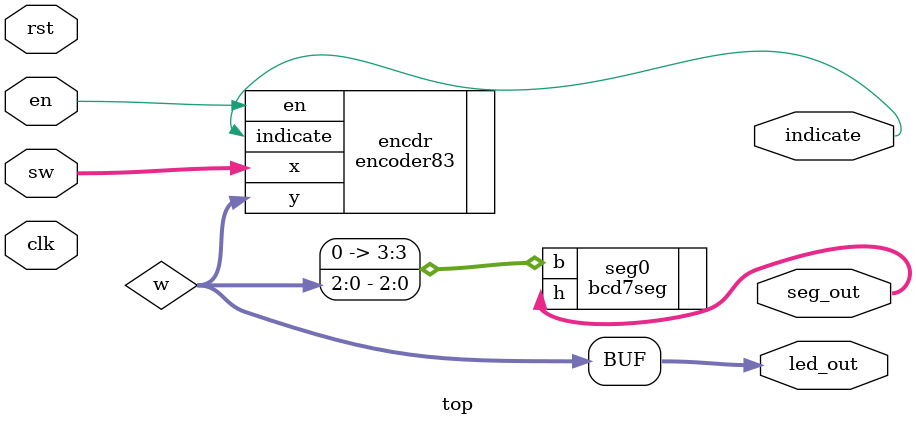
<source format=v>
module top(
    input [7:0]sw,
    input en,
    input clk,
    input rst,
    output reg [2:0] led_out,
    output reg indicate,
    output reg [6:0] seg_out
);

wire [2:0]w;

assign led_out = w;

encoder83 encdr(
    .x(sw),
    .en(en),
    .y(w),
    .indicate(indicate)
);

bcd7seg seg0(
    .b({1'b0,w}),
    .h(seg_out)
);
endmodule


</source>
